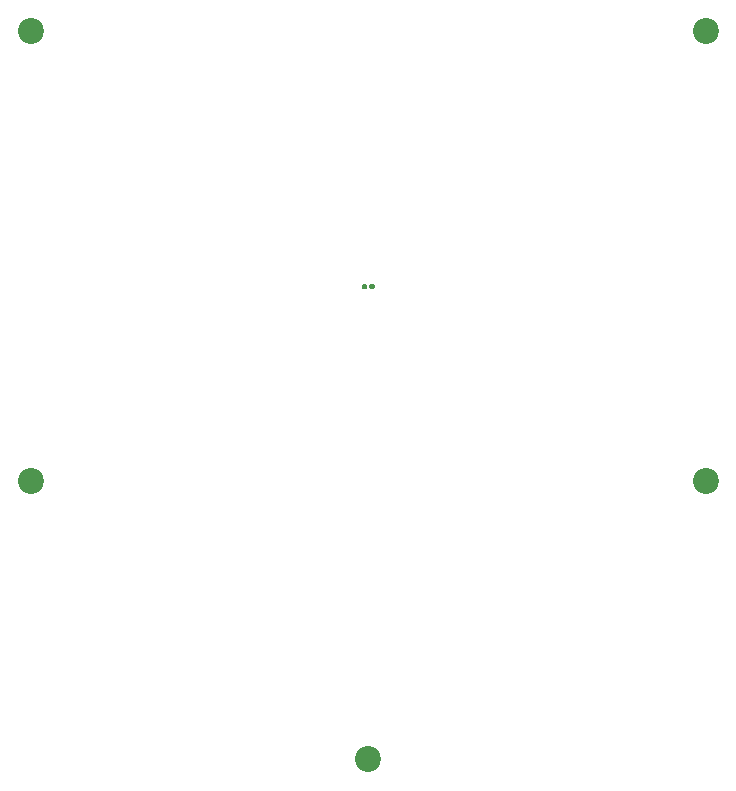
<source format=gbr>
G04 #@! TF.GenerationSoftware,KiCad,Pcbnew,(5.1.7)-1*
G04 #@! TF.CreationDate,2020-12-30T00:14:28-08:00*
G04 #@! TF.ProjectId,plate,706c6174-652e-46b6-9963-61645f706362,rev?*
G04 #@! TF.SameCoordinates,Original*
G04 #@! TF.FileFunction,Soldermask,Bot*
G04 #@! TF.FilePolarity,Negative*
%FSLAX46Y46*%
G04 Gerber Fmt 4.6, Leading zero omitted, Abs format (unit mm)*
G04 Created by KiCad (PCBNEW (5.1.7)-1) date 2020-12-30 00:14:28*
%MOMM*%
%LPD*%
G01*
G04 APERTURE LIST*
%ADD10C,2.200000*%
G04 APERTURE END LIST*
G36*
G01*
X203696808Y-99397527D02*
X203696808Y-99197527D01*
G75*
G02*
X203796808Y-99097527I100000J0D01*
G01*
X204056808Y-99097527D01*
G75*
G02*
X204156808Y-99197527I0J-100000D01*
G01*
X204156808Y-99397527D01*
G75*
G02*
X204056808Y-99497527I-100000J0D01*
G01*
X203796808Y-99497527D01*
G75*
G02*
X203696808Y-99397527I0J100000D01*
G01*
G37*
G36*
G01*
X203056808Y-99397527D02*
X203056808Y-99197527D01*
G75*
G02*
X203156808Y-99097527I100000J0D01*
G01*
X203416808Y-99097527D01*
G75*
G02*
X203516808Y-99197527I0J-100000D01*
G01*
X203516808Y-99397527D01*
G75*
G02*
X203416808Y-99497527I-100000J0D01*
G01*
X203156808Y-99497527D01*
G75*
G02*
X203056808Y-99397527I0J100000D01*
G01*
G37*
D10*
X175006533Y-77673027D03*
X232156333Y-115773027D03*
X232156333Y-77673027D03*
X175006532Y-115773027D03*
X203606808Y-139297527D03*
M02*

</source>
